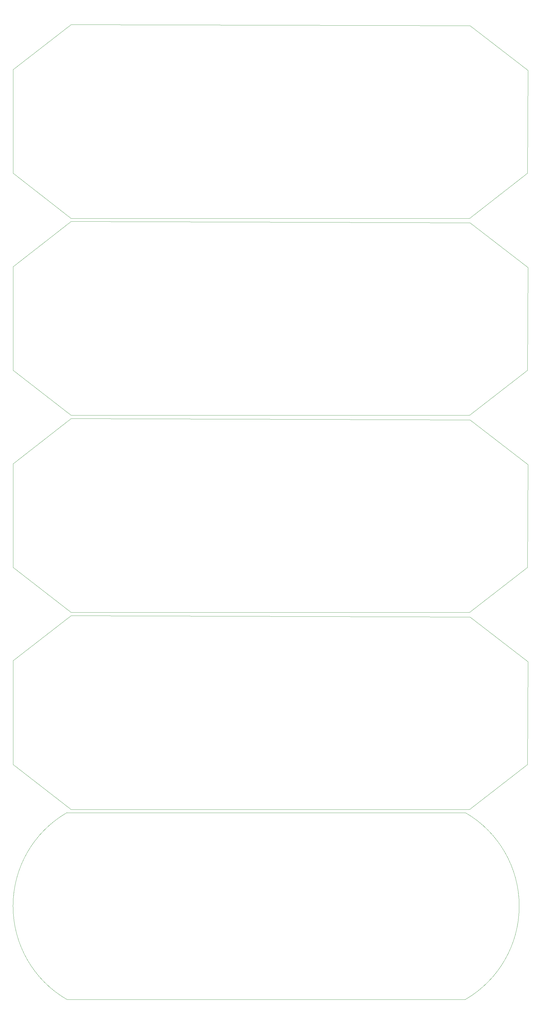
<source format=gbr>
%TF.GenerationSoftware,KiCad,Pcbnew,7.0.6-7.0.6~ubuntu20.04.1*%
%TF.CreationDate,2023-07-11T09:11:54+02:00*%
%TF.ProjectId,output_panel2023-07-11_071138.9032810000,6f757470-7574-45f7-9061-6e656c323032,rev?*%
%TF.SameCoordinates,Original*%
%TF.FileFunction,Profile,NP*%
%FSLAX45Y45*%
G04 Gerber Fmt 4.5, Leading zero omitted, Abs format (unit mm)*
G04 Created by KiCad (PCBNEW 7.0.6-7.0.6~ubuntu20.04.1) date 2023-07-11 09:11:54*
%MOMM*%
%LPD*%
G01*
G04 APERTURE LIST*
%TA.AperFunction,Profile*%
%ADD10C,0.100000*%
%TD*%
%TA.AperFunction,Profile*%
%ADD11C,0.050000*%
%TD*%
G04 APERTURE END LIST*
D10*
X16050000Y-23029999D02*
X14250000Y-24429999D01*
X14250000Y-6070000D02*
X1850000Y-6070000D01*
X16070000Y-7599999D02*
X16050000Y-10789999D01*
X50000Y-13689999D02*
X1850000Y-12289999D01*
D11*
X14123822Y-30329999D02*
G75*
G03*
X14123822Y-24529999I-1674316J2900000D01*
G01*
D10*
X14250000Y-18309999D02*
X1850000Y-18309999D01*
X1850000Y-12289999D02*
X14270000Y-12329999D01*
X1723822Y-24529999D02*
X14123822Y-24529999D01*
X1723822Y-30329999D02*
X14123822Y-30329999D01*
X50000Y-23029999D02*
X50000Y-19809999D01*
X16050000Y-10789999D02*
X14250000Y-12189999D01*
X14250000Y-12189999D02*
X1850000Y-12189999D01*
X50000Y-16909999D02*
X50000Y-13689999D01*
X1850000Y-18409999D02*
X14270000Y-18449999D01*
X1850000Y-6169999D02*
X14270000Y-6209999D01*
X14250000Y-24429999D02*
X1850000Y-24429999D01*
X50000Y-1450000D02*
X1850000Y-50000D01*
X16050000Y-16909999D02*
X14250000Y-18309999D01*
X14270000Y-6209999D02*
X16070000Y-7599999D01*
X1850000Y-18309999D02*
X50000Y-16909999D01*
X16070000Y-13719999D02*
X16050000Y-16909999D01*
X50000Y-10789999D02*
X50000Y-7569999D01*
X1850000Y-6070000D02*
X50000Y-4670000D01*
X1850000Y-24429999D02*
X50000Y-23029999D01*
D11*
X1723822Y-24529999D02*
G75*
G03*
X1723822Y-30329999I1674316J-2900000D01*
G01*
D10*
X50000Y-7569999D02*
X1850000Y-6169999D01*
X14270000Y-90000D02*
X16070000Y-1480000D01*
X1850000Y-12189999D02*
X50000Y-10789999D01*
X14270000Y-12329999D02*
X16070000Y-13719999D01*
X14270000Y-18449999D02*
X16070000Y-19839999D01*
X50000Y-4670000D02*
X50000Y-1450000D01*
X16070000Y-19839999D02*
X16050000Y-23029999D01*
X16070000Y-1480000D02*
X16050000Y-4670000D01*
X50000Y-19809999D02*
X1850000Y-18409999D01*
X16050000Y-4670000D02*
X14250000Y-6070000D01*
X1850000Y-50000D02*
X14270000Y-90000D01*
X16050000Y-23029999D02*
X14250000Y-24429999D01*
X14250000Y-6070000D02*
X1850000Y-6070000D01*
X16070000Y-7599999D02*
X16050000Y-10789999D01*
X50000Y-13689999D02*
X1850000Y-12289999D01*
D11*
X14123822Y-30329999D02*
G75*
G03*
X14123822Y-24529999I-1674316J2900000D01*
G01*
D10*
X14250000Y-18309999D02*
X1850000Y-18309999D01*
X1850000Y-12289999D02*
X14270000Y-12329999D01*
X1723822Y-24529999D02*
X14123822Y-24529999D01*
X1723822Y-30329999D02*
X14123822Y-30329999D01*
X50000Y-23029999D02*
X50000Y-19809999D01*
X16050000Y-10789999D02*
X14250000Y-12189999D01*
X14250000Y-12189999D02*
X1850000Y-12189999D01*
X50000Y-16909999D02*
X50000Y-13689999D01*
X1850000Y-18409999D02*
X14270000Y-18449999D01*
X1850000Y-6169999D02*
X14270000Y-6209999D01*
X14250000Y-24429999D02*
X1850000Y-24429999D01*
X50000Y-1450000D02*
X1850000Y-50000D01*
X16050000Y-16909999D02*
X14250000Y-18309999D01*
X14270000Y-6209999D02*
X16070000Y-7599999D01*
X1850000Y-18309999D02*
X50000Y-16909999D01*
X16070000Y-13719999D02*
X16050000Y-16909999D01*
X50000Y-10789999D02*
X50000Y-7569999D01*
X1850000Y-6070000D02*
X50000Y-4670000D01*
X1850000Y-24429999D02*
X50000Y-23029999D01*
D11*
X1723822Y-24529999D02*
G75*
G03*
X1723822Y-30329999I1674316J-2900000D01*
G01*
D10*
X50000Y-7569999D02*
X1850000Y-6169999D01*
X14270000Y-90000D02*
X16070000Y-1480000D01*
X1850000Y-12189999D02*
X50000Y-10789999D01*
X14270000Y-12329999D02*
X16070000Y-13719999D01*
X14270000Y-18449999D02*
X16070000Y-19839999D01*
X50000Y-4670000D02*
X50000Y-1450000D01*
X16070000Y-19839999D02*
X16050000Y-23029999D01*
X16070000Y-1480000D02*
X16050000Y-4670000D01*
X50000Y-19809999D02*
X1850000Y-18409999D01*
X16050000Y-4670000D02*
X14250000Y-6070000D01*
X1850000Y-50000D02*
X14270000Y-90000D01*
M02*

</source>
